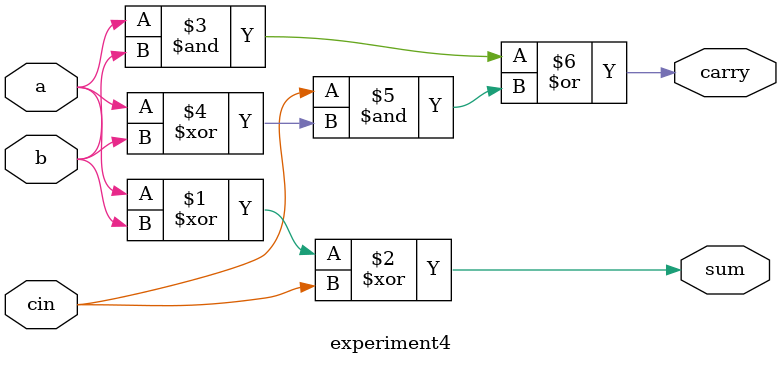
<source format=v>
module experiment4(a,b,cin,sum,carry);
input a,b,cin;
output sum,carry;
assign sum=( (a ^ b)^cin);
assign carry= ( (a & b)| ( cin &(a ^ b )));
endmodule
</source>
